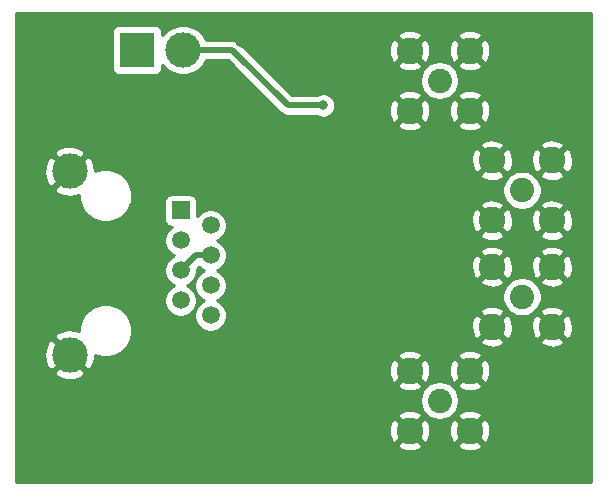
<source format=gbl>
G04 #@! TF.GenerationSoftware,KiCad,Pcbnew,(5.1.12)-1*
G04 #@! TF.CreationDate,2021-12-16T15:17:12+01:00*
G04 #@! TF.ProjectId,rj45_mag_sma,726a3435-5f6d-4616-975f-736d612e6b69,rev?*
G04 #@! TF.SameCoordinates,Original*
G04 #@! TF.FileFunction,Copper,L2,Bot*
G04 #@! TF.FilePolarity,Positive*
%FSLAX46Y46*%
G04 Gerber Fmt 4.6, Leading zero omitted, Abs format (unit mm)*
G04 Created by KiCad (PCBNEW (5.1.12)-1) date 2021-12-16 15:17:12*
%MOMM*%
%LPD*%
G01*
G04 APERTURE LIST*
G04 #@! TA.AperFunction,ComponentPad*
%ADD10C,2.250000*%
G04 #@! TD*
G04 #@! TA.AperFunction,ComponentPad*
%ADD11C,2.050000*%
G04 #@! TD*
G04 #@! TA.AperFunction,ComponentPad*
%ADD12C,3.000000*%
G04 #@! TD*
G04 #@! TA.AperFunction,ComponentPad*
%ADD13C,1.500000*%
G04 #@! TD*
G04 #@! TA.AperFunction,ComponentPad*
%ADD14R,1.500000X1.500000*%
G04 #@! TD*
G04 #@! TA.AperFunction,ComponentPad*
%ADD15R,3.000000X3.000000*%
G04 #@! TD*
G04 #@! TA.AperFunction,ViaPad*
%ADD16C,0.800000*%
G04 #@! TD*
G04 #@! TA.AperFunction,ViaPad*
%ADD17C,1.600000*%
G04 #@! TD*
G04 #@! TA.AperFunction,Conductor*
%ADD18C,0.500000*%
G04 #@! TD*
G04 #@! TA.AperFunction,Conductor*
%ADD19C,0.254000*%
G04 #@! TD*
G04 #@! TA.AperFunction,Conductor*
%ADD20C,0.100000*%
G04 #@! TD*
G04 APERTURE END LIST*
D10*
X136212200Y-94931800D03*
X136212200Y-89851800D03*
X141292200Y-89851800D03*
X141292200Y-94931800D03*
D11*
X138752200Y-92391800D03*
X138752200Y-101408800D03*
D10*
X141292200Y-103948800D03*
X141292200Y-98868800D03*
X136212200Y-98868800D03*
X136212200Y-103948800D03*
D11*
X131775200Y-83108800D03*
D10*
X134315200Y-85648800D03*
X134315200Y-80568800D03*
X129235200Y-80568800D03*
X129235200Y-85648800D03*
X129235200Y-112738800D03*
X129235200Y-107658800D03*
X134315200Y-107658800D03*
X134315200Y-112738800D03*
D11*
X131775200Y-110198800D03*
D12*
X100455000Y-106322000D03*
D13*
X109855000Y-96647000D03*
X109855000Y-99187000D03*
X112395000Y-97917000D03*
X109855000Y-101727000D03*
D14*
X109855000Y-94107000D03*
D13*
X112395000Y-95377000D03*
D12*
X100455000Y-90782000D03*
D13*
X112395000Y-102997000D03*
X112395000Y-100457000D03*
D15*
X106172000Y-80518000D03*
D12*
X110052000Y-80518000D03*
D16*
X114427000Y-85471000D03*
D17*
X122809000Y-79629000D03*
X140589000Y-82169000D03*
D16*
X133075200Y-87978550D03*
X133075200Y-89601800D03*
D17*
X112649000Y-89789000D03*
D16*
X133069395Y-103383375D03*
X133075200Y-104746366D03*
X131818475Y-101052700D03*
X130439907Y-103384146D03*
D17*
X140589000Y-110109000D03*
D16*
X131666334Y-92549142D03*
X133436126Y-101242914D03*
X130475200Y-87978550D03*
X130475200Y-104743587D03*
X130532115Y-93474124D03*
X130835749Y-96419293D03*
X133530105Y-95373745D03*
D17*
X125349000Y-112649000D03*
D16*
X130135145Y-90491786D03*
X132059000Y-97529000D03*
D17*
X115189000Y-79629000D03*
D16*
X133599233Y-98253677D03*
D17*
X140589000Y-114554000D03*
D16*
X132598650Y-91420504D03*
X130509000Y-100279000D03*
D17*
X111760000Y-112649000D03*
X101600000Y-112649000D03*
X100330000Y-81280000D03*
X115925600Y-97332800D03*
X116281200Y-105054400D03*
D16*
X121920000Y-85217000D03*
D18*
X111125000Y-97917000D02*
X109855000Y-99187000D01*
X112395000Y-97917000D02*
X111125000Y-97917000D01*
X118926998Y-85217000D02*
X121920000Y-85217000D01*
X114227998Y-80518000D02*
X118926998Y-85217000D01*
X110052000Y-80518000D02*
X114227998Y-80518000D01*
D19*
X144590001Y-117069000D02*
X95910000Y-117069000D01*
X95910000Y-113963331D01*
X128190274Y-113963331D01*
X128301121Y-114240514D01*
X128612040Y-114393889D01*
X128946905Y-114483660D01*
X129292850Y-114506376D01*
X129636580Y-114461166D01*
X129964885Y-114349766D01*
X130169279Y-114240514D01*
X130280126Y-113963331D01*
X133270274Y-113963331D01*
X133381121Y-114240514D01*
X133692040Y-114393889D01*
X134026905Y-114483660D01*
X134372850Y-114506376D01*
X134716580Y-114461166D01*
X135044885Y-114349766D01*
X135249279Y-114240514D01*
X135360126Y-113963331D01*
X134315200Y-112918405D01*
X133270274Y-113963331D01*
X130280126Y-113963331D01*
X129235200Y-112918405D01*
X128190274Y-113963331D01*
X95910000Y-113963331D01*
X95910000Y-112796450D01*
X127467624Y-112796450D01*
X127512834Y-113140180D01*
X127624234Y-113468485D01*
X127733486Y-113672879D01*
X128010669Y-113783726D01*
X129055595Y-112738800D01*
X129414805Y-112738800D01*
X130459731Y-113783726D01*
X130736914Y-113672879D01*
X130890289Y-113361960D01*
X130980060Y-113027095D01*
X130995204Y-112796450D01*
X132547624Y-112796450D01*
X132592834Y-113140180D01*
X132704234Y-113468485D01*
X132813486Y-113672879D01*
X133090669Y-113783726D01*
X134135595Y-112738800D01*
X134494805Y-112738800D01*
X135539731Y-113783726D01*
X135816914Y-113672879D01*
X135970289Y-113361960D01*
X136060060Y-113027095D01*
X136082776Y-112681150D01*
X136037566Y-112337420D01*
X135926166Y-112009115D01*
X135816914Y-111804721D01*
X135539731Y-111693874D01*
X134494805Y-112738800D01*
X134135595Y-112738800D01*
X133090669Y-111693874D01*
X132813486Y-111804721D01*
X132660111Y-112115640D01*
X132570340Y-112450505D01*
X132547624Y-112796450D01*
X130995204Y-112796450D01*
X131002776Y-112681150D01*
X130957566Y-112337420D01*
X130846166Y-112009115D01*
X130736914Y-111804721D01*
X130459731Y-111693874D01*
X129414805Y-112738800D01*
X129055595Y-112738800D01*
X128010669Y-111693874D01*
X127733486Y-111804721D01*
X127580111Y-112115640D01*
X127490340Y-112450505D01*
X127467624Y-112796450D01*
X95910000Y-112796450D01*
X95910000Y-111514269D01*
X128190274Y-111514269D01*
X129235200Y-112559195D01*
X130280126Y-111514269D01*
X130169279Y-111237086D01*
X129858360Y-111083711D01*
X129523495Y-110993940D01*
X129177550Y-110971224D01*
X128833820Y-111016434D01*
X128505515Y-111127834D01*
X128301121Y-111237086D01*
X128190274Y-111514269D01*
X95910000Y-111514269D01*
X95910000Y-110035304D01*
X130115200Y-110035304D01*
X130115200Y-110362296D01*
X130178993Y-110683004D01*
X130304127Y-110985105D01*
X130485794Y-111256988D01*
X130717012Y-111488206D01*
X130988895Y-111669873D01*
X131290996Y-111795007D01*
X131611704Y-111858800D01*
X131938696Y-111858800D01*
X132259404Y-111795007D01*
X132561505Y-111669873D01*
X132794382Y-111514269D01*
X133270274Y-111514269D01*
X134315200Y-112559195D01*
X135360126Y-111514269D01*
X135249279Y-111237086D01*
X134938360Y-111083711D01*
X134603495Y-110993940D01*
X134257550Y-110971224D01*
X133913820Y-111016434D01*
X133585515Y-111127834D01*
X133381121Y-111237086D01*
X133270274Y-111514269D01*
X132794382Y-111514269D01*
X132833388Y-111488206D01*
X133064606Y-111256988D01*
X133246273Y-110985105D01*
X133371407Y-110683004D01*
X133435200Y-110362296D01*
X133435200Y-110035304D01*
X133371407Y-109714596D01*
X133246273Y-109412495D01*
X133064606Y-109140612D01*
X132833388Y-108909394D01*
X132794383Y-108883331D01*
X133270274Y-108883331D01*
X133381121Y-109160514D01*
X133692040Y-109313889D01*
X134026905Y-109403660D01*
X134372850Y-109426376D01*
X134716580Y-109381166D01*
X135044885Y-109269766D01*
X135249279Y-109160514D01*
X135360126Y-108883331D01*
X134315200Y-107838405D01*
X133270274Y-108883331D01*
X132794383Y-108883331D01*
X132561505Y-108727727D01*
X132259404Y-108602593D01*
X131938696Y-108538800D01*
X131611704Y-108538800D01*
X131290996Y-108602593D01*
X130988895Y-108727727D01*
X130717012Y-108909394D01*
X130485794Y-109140612D01*
X130304127Y-109412495D01*
X130178993Y-109714596D01*
X130115200Y-110035304D01*
X95910000Y-110035304D01*
X95910000Y-108883331D01*
X128190274Y-108883331D01*
X128301121Y-109160514D01*
X128612040Y-109313889D01*
X128946905Y-109403660D01*
X129292850Y-109426376D01*
X129636580Y-109381166D01*
X129964885Y-109269766D01*
X130169279Y-109160514D01*
X130280126Y-108883331D01*
X129235200Y-107838405D01*
X128190274Y-108883331D01*
X95910000Y-108883331D01*
X95910000Y-107813653D01*
X99142952Y-107813653D01*
X99298962Y-108129214D01*
X99673745Y-108320020D01*
X100078551Y-108434044D01*
X100497824Y-108466902D01*
X100915451Y-108417334D01*
X101315383Y-108287243D01*
X101611038Y-108129214D01*
X101767048Y-107813653D01*
X101669845Y-107716450D01*
X127467624Y-107716450D01*
X127512834Y-108060180D01*
X127624234Y-108388485D01*
X127733486Y-108592879D01*
X128010669Y-108703726D01*
X129055595Y-107658800D01*
X129414805Y-107658800D01*
X130459731Y-108703726D01*
X130736914Y-108592879D01*
X130890289Y-108281960D01*
X130980060Y-107947095D01*
X130995204Y-107716450D01*
X132547624Y-107716450D01*
X132592834Y-108060180D01*
X132704234Y-108388485D01*
X132813486Y-108592879D01*
X133090669Y-108703726D01*
X134135595Y-107658800D01*
X134494805Y-107658800D01*
X135539731Y-108703726D01*
X135816914Y-108592879D01*
X135970289Y-108281960D01*
X136060060Y-107947095D01*
X136082776Y-107601150D01*
X136037566Y-107257420D01*
X135926166Y-106929115D01*
X135816914Y-106724721D01*
X135539731Y-106613874D01*
X134494805Y-107658800D01*
X134135595Y-107658800D01*
X133090669Y-106613874D01*
X132813486Y-106724721D01*
X132660111Y-107035640D01*
X132570340Y-107370505D01*
X132547624Y-107716450D01*
X130995204Y-107716450D01*
X131002776Y-107601150D01*
X130957566Y-107257420D01*
X130846166Y-106929115D01*
X130736914Y-106724721D01*
X130459731Y-106613874D01*
X129414805Y-107658800D01*
X129055595Y-107658800D01*
X128010669Y-106613874D01*
X127733486Y-106724721D01*
X127580111Y-107035640D01*
X127490340Y-107370505D01*
X127467624Y-107716450D01*
X101669845Y-107716450D01*
X100455000Y-106501605D01*
X99142952Y-107813653D01*
X95910000Y-107813653D01*
X95910000Y-106364824D01*
X98310098Y-106364824D01*
X98359666Y-106782451D01*
X98489757Y-107182383D01*
X98647786Y-107478038D01*
X98963347Y-107634048D01*
X100275395Y-106322000D01*
X98963347Y-105009952D01*
X98647786Y-105165962D01*
X98456980Y-105540745D01*
X98342956Y-105945551D01*
X98310098Y-106364824D01*
X95910000Y-106364824D01*
X95910000Y-104830347D01*
X99142952Y-104830347D01*
X100455000Y-106142395D01*
X100469143Y-106128253D01*
X100648748Y-106307858D01*
X100634605Y-106322000D01*
X101946653Y-107634048D01*
X102262214Y-107478038D01*
X102453020Y-107103255D01*
X102567044Y-106698449D01*
X102595414Y-106336443D01*
X102845782Y-106440149D01*
X103282409Y-106527000D01*
X103727591Y-106527000D01*
X104164218Y-106440149D01*
X104178413Y-106434269D01*
X128190274Y-106434269D01*
X129235200Y-107479195D01*
X130280126Y-106434269D01*
X133270274Y-106434269D01*
X134315200Y-107479195D01*
X135360126Y-106434269D01*
X135249279Y-106157086D01*
X134938360Y-106003711D01*
X134603495Y-105913940D01*
X134257550Y-105891224D01*
X133913820Y-105936434D01*
X133585515Y-106047834D01*
X133381121Y-106157086D01*
X133270274Y-106434269D01*
X130280126Y-106434269D01*
X130169279Y-106157086D01*
X129858360Y-106003711D01*
X129523495Y-105913940D01*
X129177550Y-105891224D01*
X128833820Y-105936434D01*
X128505515Y-106047834D01*
X128301121Y-106157086D01*
X128190274Y-106434269D01*
X104178413Y-106434269D01*
X104575511Y-106269786D01*
X104945666Y-106022456D01*
X105260456Y-105707666D01*
X105507786Y-105337511D01*
X105575791Y-105173331D01*
X135167274Y-105173331D01*
X135278121Y-105450514D01*
X135589040Y-105603889D01*
X135923905Y-105693660D01*
X136269850Y-105716376D01*
X136613580Y-105671166D01*
X136941885Y-105559766D01*
X137146279Y-105450514D01*
X137257126Y-105173331D01*
X140247274Y-105173331D01*
X140358121Y-105450514D01*
X140669040Y-105603889D01*
X141003905Y-105693660D01*
X141349850Y-105716376D01*
X141693580Y-105671166D01*
X142021885Y-105559766D01*
X142226279Y-105450514D01*
X142337126Y-105173331D01*
X141292200Y-104128405D01*
X140247274Y-105173331D01*
X137257126Y-105173331D01*
X136212200Y-104128405D01*
X135167274Y-105173331D01*
X105575791Y-105173331D01*
X105678149Y-104926218D01*
X105765000Y-104489591D01*
X105765000Y-104044409D01*
X105678149Y-103607782D01*
X105507786Y-103196489D01*
X105260456Y-102826334D01*
X104945666Y-102511544D01*
X104575511Y-102264214D01*
X104164218Y-102093851D01*
X103727591Y-102007000D01*
X103282409Y-102007000D01*
X102845782Y-102093851D01*
X102434489Y-102264214D01*
X102064334Y-102511544D01*
X101749544Y-102826334D01*
X101502214Y-103196489D01*
X101331851Y-103607782D01*
X101245000Y-104044409D01*
X101245000Y-104328432D01*
X101236255Y-104323980D01*
X100831449Y-104209956D01*
X100412176Y-104177098D01*
X99994549Y-104226666D01*
X99594617Y-104356757D01*
X99298962Y-104514786D01*
X99142952Y-104830347D01*
X95910000Y-104830347D01*
X95910000Y-92273653D01*
X99142952Y-92273653D01*
X99298962Y-92589214D01*
X99673745Y-92780020D01*
X100078551Y-92894044D01*
X100497824Y-92926902D01*
X100915451Y-92877334D01*
X101245000Y-92770137D01*
X101245000Y-93059591D01*
X101331851Y-93496218D01*
X101502214Y-93907511D01*
X101749544Y-94277666D01*
X102064334Y-94592456D01*
X102434489Y-94839786D01*
X102845782Y-95010149D01*
X103282409Y-95097000D01*
X103727591Y-95097000D01*
X104164218Y-95010149D01*
X104575511Y-94839786D01*
X104945666Y-94592456D01*
X105260456Y-94277666D01*
X105507786Y-93907511D01*
X105678149Y-93496218D01*
X105705841Y-93357000D01*
X108466928Y-93357000D01*
X108466928Y-94857000D01*
X108479188Y-94981482D01*
X108515498Y-95101180D01*
X108574463Y-95211494D01*
X108653815Y-95308185D01*
X108750506Y-95387537D01*
X108860820Y-95446502D01*
X108980518Y-95482812D01*
X109088483Y-95493445D01*
X108972114Y-95571201D01*
X108779201Y-95764114D01*
X108627629Y-95990957D01*
X108523225Y-96243011D01*
X108470000Y-96510589D01*
X108470000Y-96783411D01*
X108523225Y-97050989D01*
X108627629Y-97303043D01*
X108779201Y-97529886D01*
X108972114Y-97722799D01*
X109198957Y-97874371D01*
X109301873Y-97917000D01*
X109198957Y-97959629D01*
X108972114Y-98111201D01*
X108779201Y-98304114D01*
X108627629Y-98530957D01*
X108523225Y-98783011D01*
X108470000Y-99050589D01*
X108470000Y-99323411D01*
X108523225Y-99590989D01*
X108627629Y-99843043D01*
X108779201Y-100069886D01*
X108972114Y-100262799D01*
X109198957Y-100414371D01*
X109301873Y-100457000D01*
X109198957Y-100499629D01*
X108972114Y-100651201D01*
X108779201Y-100844114D01*
X108627629Y-101070957D01*
X108523225Y-101323011D01*
X108470000Y-101590589D01*
X108470000Y-101863411D01*
X108523225Y-102130989D01*
X108627629Y-102383043D01*
X108779201Y-102609886D01*
X108972114Y-102802799D01*
X109198957Y-102954371D01*
X109451011Y-103058775D01*
X109718589Y-103112000D01*
X109991411Y-103112000D01*
X110258989Y-103058775D01*
X110511043Y-102954371D01*
X110737886Y-102802799D01*
X110930799Y-102609886D01*
X111082371Y-102383043D01*
X111186775Y-102130989D01*
X111240000Y-101863411D01*
X111240000Y-101590589D01*
X111186775Y-101323011D01*
X111082371Y-101070957D01*
X110930799Y-100844114D01*
X110737886Y-100651201D01*
X110511043Y-100499629D01*
X110408127Y-100457000D01*
X110511043Y-100414371D01*
X110737886Y-100262799D01*
X110930799Y-100069886D01*
X111082371Y-99843043D01*
X111186775Y-99590989D01*
X111240000Y-99323411D01*
X111240000Y-99053579D01*
X111406447Y-98887132D01*
X111512114Y-98992799D01*
X111738957Y-99144371D01*
X111841873Y-99187000D01*
X111738957Y-99229629D01*
X111512114Y-99381201D01*
X111319201Y-99574114D01*
X111167629Y-99800957D01*
X111063225Y-100053011D01*
X111010000Y-100320589D01*
X111010000Y-100593411D01*
X111063225Y-100860989D01*
X111167629Y-101113043D01*
X111319201Y-101339886D01*
X111512114Y-101532799D01*
X111738957Y-101684371D01*
X111841873Y-101727000D01*
X111738957Y-101769629D01*
X111512114Y-101921201D01*
X111319201Y-102114114D01*
X111167629Y-102340957D01*
X111063225Y-102593011D01*
X111010000Y-102860589D01*
X111010000Y-103133411D01*
X111063225Y-103400989D01*
X111167629Y-103653043D01*
X111319201Y-103879886D01*
X111512114Y-104072799D01*
X111738957Y-104224371D01*
X111991011Y-104328775D01*
X112258589Y-104382000D01*
X112531411Y-104382000D01*
X112798989Y-104328775D01*
X113051043Y-104224371D01*
X113277886Y-104072799D01*
X113344235Y-104006450D01*
X134444624Y-104006450D01*
X134489834Y-104350180D01*
X134601234Y-104678485D01*
X134710486Y-104882879D01*
X134987669Y-104993726D01*
X136032595Y-103948800D01*
X136391805Y-103948800D01*
X137436731Y-104993726D01*
X137713914Y-104882879D01*
X137867289Y-104571960D01*
X137957060Y-104237095D01*
X137972204Y-104006450D01*
X139524624Y-104006450D01*
X139569834Y-104350180D01*
X139681234Y-104678485D01*
X139790486Y-104882879D01*
X140067669Y-104993726D01*
X141112595Y-103948800D01*
X141471805Y-103948800D01*
X142516731Y-104993726D01*
X142793914Y-104882879D01*
X142947289Y-104571960D01*
X143037060Y-104237095D01*
X143059776Y-103891150D01*
X143014566Y-103547420D01*
X142903166Y-103219115D01*
X142793914Y-103014721D01*
X142516731Y-102903874D01*
X141471805Y-103948800D01*
X141112595Y-103948800D01*
X140067669Y-102903874D01*
X139790486Y-103014721D01*
X139637111Y-103325640D01*
X139547340Y-103660505D01*
X139524624Y-104006450D01*
X137972204Y-104006450D01*
X137979776Y-103891150D01*
X137934566Y-103547420D01*
X137823166Y-103219115D01*
X137713914Y-103014721D01*
X137436731Y-102903874D01*
X136391805Y-103948800D01*
X136032595Y-103948800D01*
X134987669Y-102903874D01*
X134710486Y-103014721D01*
X134557111Y-103325640D01*
X134467340Y-103660505D01*
X134444624Y-104006450D01*
X113344235Y-104006450D01*
X113470799Y-103879886D01*
X113622371Y-103653043D01*
X113726775Y-103400989D01*
X113780000Y-103133411D01*
X113780000Y-102860589D01*
X113752885Y-102724269D01*
X135167274Y-102724269D01*
X136212200Y-103769195D01*
X137257126Y-102724269D01*
X137146279Y-102447086D01*
X136835360Y-102293711D01*
X136500495Y-102203940D01*
X136154550Y-102181224D01*
X135810820Y-102226434D01*
X135482515Y-102337834D01*
X135278121Y-102447086D01*
X135167274Y-102724269D01*
X113752885Y-102724269D01*
X113726775Y-102593011D01*
X113622371Y-102340957D01*
X113470799Y-102114114D01*
X113277886Y-101921201D01*
X113051043Y-101769629D01*
X112948127Y-101727000D01*
X113051043Y-101684371D01*
X113277886Y-101532799D01*
X113470799Y-101339886D01*
X113533996Y-101245304D01*
X137092200Y-101245304D01*
X137092200Y-101572296D01*
X137155993Y-101893004D01*
X137281127Y-102195105D01*
X137462794Y-102466988D01*
X137694012Y-102698206D01*
X137965895Y-102879873D01*
X138267996Y-103005007D01*
X138588704Y-103068800D01*
X138915696Y-103068800D01*
X139236404Y-103005007D01*
X139538505Y-102879873D01*
X139771382Y-102724269D01*
X140247274Y-102724269D01*
X141292200Y-103769195D01*
X142337126Y-102724269D01*
X142226279Y-102447086D01*
X141915360Y-102293711D01*
X141580495Y-102203940D01*
X141234550Y-102181224D01*
X140890820Y-102226434D01*
X140562515Y-102337834D01*
X140358121Y-102447086D01*
X140247274Y-102724269D01*
X139771382Y-102724269D01*
X139810388Y-102698206D01*
X140041606Y-102466988D01*
X140223273Y-102195105D01*
X140348407Y-101893004D01*
X140412200Y-101572296D01*
X140412200Y-101245304D01*
X140348407Y-100924596D01*
X140223273Y-100622495D01*
X140041606Y-100350612D01*
X139810388Y-100119394D01*
X139771383Y-100093331D01*
X140247274Y-100093331D01*
X140358121Y-100370514D01*
X140669040Y-100523889D01*
X141003905Y-100613660D01*
X141349850Y-100636376D01*
X141693580Y-100591166D01*
X142021885Y-100479766D01*
X142226279Y-100370514D01*
X142337126Y-100093331D01*
X141292200Y-99048405D01*
X140247274Y-100093331D01*
X139771383Y-100093331D01*
X139538505Y-99937727D01*
X139236404Y-99812593D01*
X138915696Y-99748800D01*
X138588704Y-99748800D01*
X138267996Y-99812593D01*
X137965895Y-99937727D01*
X137694012Y-100119394D01*
X137462794Y-100350612D01*
X137281127Y-100622495D01*
X137155993Y-100924596D01*
X137092200Y-101245304D01*
X113533996Y-101245304D01*
X113622371Y-101113043D01*
X113726775Y-100860989D01*
X113780000Y-100593411D01*
X113780000Y-100320589D01*
X113734796Y-100093331D01*
X135167274Y-100093331D01*
X135278121Y-100370514D01*
X135589040Y-100523889D01*
X135923905Y-100613660D01*
X136269850Y-100636376D01*
X136613580Y-100591166D01*
X136941885Y-100479766D01*
X137146279Y-100370514D01*
X137257126Y-100093331D01*
X136212200Y-99048405D01*
X135167274Y-100093331D01*
X113734796Y-100093331D01*
X113726775Y-100053011D01*
X113622371Y-99800957D01*
X113470799Y-99574114D01*
X113277886Y-99381201D01*
X113051043Y-99229629D01*
X112948127Y-99187000D01*
X113051043Y-99144371D01*
X113277886Y-98992799D01*
X113344235Y-98926450D01*
X134444624Y-98926450D01*
X134489834Y-99270180D01*
X134601234Y-99598485D01*
X134710486Y-99802879D01*
X134987669Y-99913726D01*
X136032595Y-98868800D01*
X136391805Y-98868800D01*
X137436731Y-99913726D01*
X137713914Y-99802879D01*
X137867289Y-99491960D01*
X137957060Y-99157095D01*
X137972204Y-98926450D01*
X139524624Y-98926450D01*
X139569834Y-99270180D01*
X139681234Y-99598485D01*
X139790486Y-99802879D01*
X140067669Y-99913726D01*
X141112595Y-98868800D01*
X141471805Y-98868800D01*
X142516731Y-99913726D01*
X142793914Y-99802879D01*
X142947289Y-99491960D01*
X143037060Y-99157095D01*
X143059776Y-98811150D01*
X143014566Y-98467420D01*
X142903166Y-98139115D01*
X142793914Y-97934721D01*
X142516731Y-97823874D01*
X141471805Y-98868800D01*
X141112595Y-98868800D01*
X140067669Y-97823874D01*
X139790486Y-97934721D01*
X139637111Y-98245640D01*
X139547340Y-98580505D01*
X139524624Y-98926450D01*
X137972204Y-98926450D01*
X137979776Y-98811150D01*
X137934566Y-98467420D01*
X137823166Y-98139115D01*
X137713914Y-97934721D01*
X137436731Y-97823874D01*
X136391805Y-98868800D01*
X136032595Y-98868800D01*
X134987669Y-97823874D01*
X134710486Y-97934721D01*
X134557111Y-98245640D01*
X134467340Y-98580505D01*
X134444624Y-98926450D01*
X113344235Y-98926450D01*
X113470799Y-98799886D01*
X113622371Y-98573043D01*
X113726775Y-98320989D01*
X113780000Y-98053411D01*
X113780000Y-97780589D01*
X113752885Y-97644269D01*
X135167274Y-97644269D01*
X136212200Y-98689195D01*
X137257126Y-97644269D01*
X140247274Y-97644269D01*
X141292200Y-98689195D01*
X142337126Y-97644269D01*
X142226279Y-97367086D01*
X141915360Y-97213711D01*
X141580495Y-97123940D01*
X141234550Y-97101224D01*
X140890820Y-97146434D01*
X140562515Y-97257834D01*
X140358121Y-97367086D01*
X140247274Y-97644269D01*
X137257126Y-97644269D01*
X137146279Y-97367086D01*
X136835360Y-97213711D01*
X136500495Y-97123940D01*
X136154550Y-97101224D01*
X135810820Y-97146434D01*
X135482515Y-97257834D01*
X135278121Y-97367086D01*
X135167274Y-97644269D01*
X113752885Y-97644269D01*
X113726775Y-97513011D01*
X113622371Y-97260957D01*
X113470799Y-97034114D01*
X113277886Y-96841201D01*
X113051043Y-96689629D01*
X112948127Y-96647000D01*
X113051043Y-96604371D01*
X113277886Y-96452799D01*
X113470799Y-96259886D01*
X113539992Y-96156331D01*
X135167274Y-96156331D01*
X135278121Y-96433514D01*
X135589040Y-96586889D01*
X135923905Y-96676660D01*
X136269850Y-96699376D01*
X136613580Y-96654166D01*
X136941885Y-96542766D01*
X137146279Y-96433514D01*
X137257126Y-96156331D01*
X140247274Y-96156331D01*
X140358121Y-96433514D01*
X140669040Y-96586889D01*
X141003905Y-96676660D01*
X141349850Y-96699376D01*
X141693580Y-96654166D01*
X142021885Y-96542766D01*
X142226279Y-96433514D01*
X142337126Y-96156331D01*
X141292200Y-95111405D01*
X140247274Y-96156331D01*
X137257126Y-96156331D01*
X136212200Y-95111405D01*
X135167274Y-96156331D01*
X113539992Y-96156331D01*
X113622371Y-96033043D01*
X113726775Y-95780989D01*
X113780000Y-95513411D01*
X113780000Y-95240589D01*
X113730045Y-94989450D01*
X134444624Y-94989450D01*
X134489834Y-95333180D01*
X134601234Y-95661485D01*
X134710486Y-95865879D01*
X134987669Y-95976726D01*
X136032595Y-94931800D01*
X136391805Y-94931800D01*
X137436731Y-95976726D01*
X137713914Y-95865879D01*
X137867289Y-95554960D01*
X137957060Y-95220095D01*
X137972204Y-94989450D01*
X139524624Y-94989450D01*
X139569834Y-95333180D01*
X139681234Y-95661485D01*
X139790486Y-95865879D01*
X140067669Y-95976726D01*
X141112595Y-94931800D01*
X141471805Y-94931800D01*
X142516731Y-95976726D01*
X142793914Y-95865879D01*
X142947289Y-95554960D01*
X143037060Y-95220095D01*
X143059776Y-94874150D01*
X143014566Y-94530420D01*
X142903166Y-94202115D01*
X142793914Y-93997721D01*
X142516731Y-93886874D01*
X141471805Y-94931800D01*
X141112595Y-94931800D01*
X140067669Y-93886874D01*
X139790486Y-93997721D01*
X139637111Y-94308640D01*
X139547340Y-94643505D01*
X139524624Y-94989450D01*
X137972204Y-94989450D01*
X137979776Y-94874150D01*
X137934566Y-94530420D01*
X137823166Y-94202115D01*
X137713914Y-93997721D01*
X137436731Y-93886874D01*
X136391805Y-94931800D01*
X136032595Y-94931800D01*
X134987669Y-93886874D01*
X134710486Y-93997721D01*
X134557111Y-94308640D01*
X134467340Y-94643505D01*
X134444624Y-94989450D01*
X113730045Y-94989450D01*
X113726775Y-94973011D01*
X113622371Y-94720957D01*
X113470799Y-94494114D01*
X113277886Y-94301201D01*
X113051043Y-94149629D01*
X112798989Y-94045225D01*
X112531411Y-93992000D01*
X112258589Y-93992000D01*
X111991011Y-94045225D01*
X111738957Y-94149629D01*
X111512114Y-94301201D01*
X111319201Y-94494114D01*
X111243072Y-94608049D01*
X111243072Y-93707269D01*
X135167274Y-93707269D01*
X136212200Y-94752195D01*
X137257126Y-93707269D01*
X137146279Y-93430086D01*
X136835360Y-93276711D01*
X136500495Y-93186940D01*
X136154550Y-93164224D01*
X135810820Y-93209434D01*
X135482515Y-93320834D01*
X135278121Y-93430086D01*
X135167274Y-93707269D01*
X111243072Y-93707269D01*
X111243072Y-93357000D01*
X111230812Y-93232518D01*
X111194502Y-93112820D01*
X111135537Y-93002506D01*
X111056185Y-92905815D01*
X110959494Y-92826463D01*
X110849180Y-92767498D01*
X110729482Y-92731188D01*
X110605000Y-92718928D01*
X109105000Y-92718928D01*
X108980518Y-92731188D01*
X108860820Y-92767498D01*
X108750506Y-92826463D01*
X108653815Y-92905815D01*
X108574463Y-93002506D01*
X108515498Y-93112820D01*
X108479188Y-93232518D01*
X108466928Y-93357000D01*
X105705841Y-93357000D01*
X105765000Y-93059591D01*
X105765000Y-92614409D01*
X105688199Y-92228304D01*
X137092200Y-92228304D01*
X137092200Y-92555296D01*
X137155993Y-92876004D01*
X137281127Y-93178105D01*
X137462794Y-93449988D01*
X137694012Y-93681206D01*
X137965895Y-93862873D01*
X138267996Y-93988007D01*
X138588704Y-94051800D01*
X138915696Y-94051800D01*
X139236404Y-93988007D01*
X139538505Y-93862873D01*
X139771382Y-93707269D01*
X140247274Y-93707269D01*
X141292200Y-94752195D01*
X142337126Y-93707269D01*
X142226279Y-93430086D01*
X141915360Y-93276711D01*
X141580495Y-93186940D01*
X141234550Y-93164224D01*
X140890820Y-93209434D01*
X140562515Y-93320834D01*
X140358121Y-93430086D01*
X140247274Y-93707269D01*
X139771382Y-93707269D01*
X139810388Y-93681206D01*
X140041606Y-93449988D01*
X140223273Y-93178105D01*
X140348407Y-92876004D01*
X140412200Y-92555296D01*
X140412200Y-92228304D01*
X140348407Y-91907596D01*
X140223273Y-91605495D01*
X140041606Y-91333612D01*
X139810388Y-91102394D01*
X139771383Y-91076331D01*
X140247274Y-91076331D01*
X140358121Y-91353514D01*
X140669040Y-91506889D01*
X141003905Y-91596660D01*
X141349850Y-91619376D01*
X141693580Y-91574166D01*
X142021885Y-91462766D01*
X142226279Y-91353514D01*
X142337126Y-91076331D01*
X141292200Y-90031405D01*
X140247274Y-91076331D01*
X139771383Y-91076331D01*
X139538505Y-90920727D01*
X139236404Y-90795593D01*
X138915696Y-90731800D01*
X138588704Y-90731800D01*
X138267996Y-90795593D01*
X137965895Y-90920727D01*
X137694012Y-91102394D01*
X137462794Y-91333612D01*
X137281127Y-91605495D01*
X137155993Y-91907596D01*
X137092200Y-92228304D01*
X105688199Y-92228304D01*
X105678149Y-92177782D01*
X105507786Y-91766489D01*
X105260456Y-91396334D01*
X104945666Y-91081544D01*
X104937865Y-91076331D01*
X135167274Y-91076331D01*
X135278121Y-91353514D01*
X135589040Y-91506889D01*
X135923905Y-91596660D01*
X136269850Y-91619376D01*
X136613580Y-91574166D01*
X136941885Y-91462766D01*
X137146279Y-91353514D01*
X137257126Y-91076331D01*
X136212200Y-90031405D01*
X135167274Y-91076331D01*
X104937865Y-91076331D01*
X104575511Y-90834214D01*
X104164218Y-90663851D01*
X103727591Y-90577000D01*
X103282409Y-90577000D01*
X102845782Y-90663851D01*
X102597754Y-90766588D01*
X102599902Y-90739176D01*
X102550334Y-90321549D01*
X102420243Y-89921617D01*
X102413740Y-89909450D01*
X134444624Y-89909450D01*
X134489834Y-90253180D01*
X134601234Y-90581485D01*
X134710486Y-90785879D01*
X134987669Y-90896726D01*
X136032595Y-89851800D01*
X136391805Y-89851800D01*
X137436731Y-90896726D01*
X137713914Y-90785879D01*
X137867289Y-90474960D01*
X137957060Y-90140095D01*
X137972204Y-89909450D01*
X139524624Y-89909450D01*
X139569834Y-90253180D01*
X139681234Y-90581485D01*
X139790486Y-90785879D01*
X140067669Y-90896726D01*
X141112595Y-89851800D01*
X141471805Y-89851800D01*
X142516731Y-90896726D01*
X142793914Y-90785879D01*
X142947289Y-90474960D01*
X143037060Y-90140095D01*
X143059776Y-89794150D01*
X143014566Y-89450420D01*
X142903166Y-89122115D01*
X142793914Y-88917721D01*
X142516731Y-88806874D01*
X141471805Y-89851800D01*
X141112595Y-89851800D01*
X140067669Y-88806874D01*
X139790486Y-88917721D01*
X139637111Y-89228640D01*
X139547340Y-89563505D01*
X139524624Y-89909450D01*
X137972204Y-89909450D01*
X137979776Y-89794150D01*
X137934566Y-89450420D01*
X137823166Y-89122115D01*
X137713914Y-88917721D01*
X137436731Y-88806874D01*
X136391805Y-89851800D01*
X136032595Y-89851800D01*
X134987669Y-88806874D01*
X134710486Y-88917721D01*
X134557111Y-89228640D01*
X134467340Y-89563505D01*
X134444624Y-89909450D01*
X102413740Y-89909450D01*
X102262214Y-89625962D01*
X101946653Y-89469952D01*
X100634605Y-90782000D01*
X100648748Y-90796143D01*
X100469143Y-90975748D01*
X100455000Y-90961605D01*
X99142952Y-92273653D01*
X95910000Y-92273653D01*
X95910000Y-90824824D01*
X98310098Y-90824824D01*
X98359666Y-91242451D01*
X98489757Y-91642383D01*
X98647786Y-91938038D01*
X98963347Y-92094048D01*
X100275395Y-90782000D01*
X98963347Y-89469952D01*
X98647786Y-89625962D01*
X98456980Y-90000745D01*
X98342956Y-90405551D01*
X98310098Y-90824824D01*
X95910000Y-90824824D01*
X95910000Y-89290347D01*
X99142952Y-89290347D01*
X100455000Y-90602395D01*
X101767048Y-89290347D01*
X101611038Y-88974786D01*
X101236255Y-88783980D01*
X100831449Y-88669956D01*
X100412176Y-88637098D01*
X99994549Y-88686666D01*
X99594617Y-88816757D01*
X99298962Y-88974786D01*
X99142952Y-89290347D01*
X95910000Y-89290347D01*
X95910000Y-88627269D01*
X135167274Y-88627269D01*
X136212200Y-89672195D01*
X137257126Y-88627269D01*
X140247274Y-88627269D01*
X141292200Y-89672195D01*
X142337126Y-88627269D01*
X142226279Y-88350086D01*
X141915360Y-88196711D01*
X141580495Y-88106940D01*
X141234550Y-88084224D01*
X140890820Y-88129434D01*
X140562515Y-88240834D01*
X140358121Y-88350086D01*
X140247274Y-88627269D01*
X137257126Y-88627269D01*
X137146279Y-88350086D01*
X136835360Y-88196711D01*
X136500495Y-88106940D01*
X136154550Y-88084224D01*
X135810820Y-88129434D01*
X135482515Y-88240834D01*
X135278121Y-88350086D01*
X135167274Y-88627269D01*
X95910000Y-88627269D01*
X95910000Y-86873331D01*
X128190274Y-86873331D01*
X128301121Y-87150514D01*
X128612040Y-87303889D01*
X128946905Y-87393660D01*
X129292850Y-87416376D01*
X129636580Y-87371166D01*
X129964885Y-87259766D01*
X130169279Y-87150514D01*
X130280126Y-86873331D01*
X133270274Y-86873331D01*
X133381121Y-87150514D01*
X133692040Y-87303889D01*
X134026905Y-87393660D01*
X134372850Y-87416376D01*
X134716580Y-87371166D01*
X135044885Y-87259766D01*
X135249279Y-87150514D01*
X135360126Y-86873331D01*
X134315200Y-85828405D01*
X133270274Y-86873331D01*
X130280126Y-86873331D01*
X129235200Y-85828405D01*
X128190274Y-86873331D01*
X95910000Y-86873331D01*
X95910000Y-79018000D01*
X104033928Y-79018000D01*
X104033928Y-82018000D01*
X104046188Y-82142482D01*
X104082498Y-82262180D01*
X104141463Y-82372494D01*
X104220815Y-82469185D01*
X104317506Y-82548537D01*
X104427820Y-82607502D01*
X104547518Y-82643812D01*
X104672000Y-82656072D01*
X107672000Y-82656072D01*
X107796482Y-82643812D01*
X107916180Y-82607502D01*
X108026494Y-82548537D01*
X108123185Y-82469185D01*
X108202537Y-82372494D01*
X108261502Y-82262180D01*
X108297812Y-82142482D01*
X108310072Y-82018000D01*
X108310072Y-81753919D01*
X108393637Y-81878983D01*
X108691017Y-82176363D01*
X109040698Y-82410012D01*
X109429244Y-82570953D01*
X109841721Y-82653000D01*
X110262279Y-82653000D01*
X110674756Y-82570953D01*
X111063302Y-82410012D01*
X111412983Y-82176363D01*
X111710363Y-81878983D01*
X111944012Y-81529302D01*
X111996328Y-81403000D01*
X113861420Y-81403000D01*
X118270468Y-85812049D01*
X118298181Y-85845817D01*
X118331949Y-85873530D01*
X118331951Y-85873532D01*
X118432939Y-85956411D01*
X118586684Y-86038589D01*
X118753508Y-86089195D01*
X118883521Y-86102000D01*
X118883529Y-86102000D01*
X118926998Y-86106281D01*
X118970467Y-86102000D01*
X121381546Y-86102000D01*
X121429744Y-86134205D01*
X121618102Y-86212226D01*
X121818061Y-86252000D01*
X122021939Y-86252000D01*
X122221898Y-86212226D01*
X122410256Y-86134205D01*
X122579774Y-86020937D01*
X122723937Y-85876774D01*
X122837205Y-85707256D01*
X122837538Y-85706450D01*
X127467624Y-85706450D01*
X127512834Y-86050180D01*
X127624234Y-86378485D01*
X127733486Y-86582879D01*
X128010669Y-86693726D01*
X129055595Y-85648800D01*
X129414805Y-85648800D01*
X130459731Y-86693726D01*
X130736914Y-86582879D01*
X130890289Y-86271960D01*
X130980060Y-85937095D01*
X130995204Y-85706450D01*
X132547624Y-85706450D01*
X132592834Y-86050180D01*
X132704234Y-86378485D01*
X132813486Y-86582879D01*
X133090669Y-86693726D01*
X134135595Y-85648800D01*
X134494805Y-85648800D01*
X135539731Y-86693726D01*
X135816914Y-86582879D01*
X135970289Y-86271960D01*
X136060060Y-85937095D01*
X136082776Y-85591150D01*
X136037566Y-85247420D01*
X135926166Y-84919115D01*
X135816914Y-84714721D01*
X135539731Y-84603874D01*
X134494805Y-85648800D01*
X134135595Y-85648800D01*
X133090669Y-84603874D01*
X132813486Y-84714721D01*
X132660111Y-85025640D01*
X132570340Y-85360505D01*
X132547624Y-85706450D01*
X130995204Y-85706450D01*
X131002776Y-85591150D01*
X130957566Y-85247420D01*
X130846166Y-84919115D01*
X130736914Y-84714721D01*
X130459731Y-84603874D01*
X129414805Y-85648800D01*
X129055595Y-85648800D01*
X128010669Y-84603874D01*
X127733486Y-84714721D01*
X127580111Y-85025640D01*
X127490340Y-85360505D01*
X127467624Y-85706450D01*
X122837538Y-85706450D01*
X122915226Y-85518898D01*
X122955000Y-85318939D01*
X122955000Y-85115061D01*
X122915226Y-84915102D01*
X122837205Y-84726744D01*
X122723937Y-84557226D01*
X122590980Y-84424269D01*
X128190274Y-84424269D01*
X129235200Y-85469195D01*
X130280126Y-84424269D01*
X130169279Y-84147086D01*
X129858360Y-83993711D01*
X129523495Y-83903940D01*
X129177550Y-83881224D01*
X128833820Y-83926434D01*
X128505515Y-84037834D01*
X128301121Y-84147086D01*
X128190274Y-84424269D01*
X122590980Y-84424269D01*
X122579774Y-84413063D01*
X122410256Y-84299795D01*
X122221898Y-84221774D01*
X122021939Y-84182000D01*
X121818061Y-84182000D01*
X121618102Y-84221774D01*
X121429744Y-84299795D01*
X121381546Y-84332000D01*
X119293577Y-84332000D01*
X117906881Y-82945304D01*
X130115200Y-82945304D01*
X130115200Y-83272296D01*
X130178993Y-83593004D01*
X130304127Y-83895105D01*
X130485794Y-84166988D01*
X130717012Y-84398206D01*
X130988895Y-84579873D01*
X131290996Y-84705007D01*
X131611704Y-84768800D01*
X131938696Y-84768800D01*
X132259404Y-84705007D01*
X132561505Y-84579873D01*
X132794382Y-84424269D01*
X133270274Y-84424269D01*
X134315200Y-85469195D01*
X135360126Y-84424269D01*
X135249279Y-84147086D01*
X134938360Y-83993711D01*
X134603495Y-83903940D01*
X134257550Y-83881224D01*
X133913820Y-83926434D01*
X133585515Y-84037834D01*
X133381121Y-84147086D01*
X133270274Y-84424269D01*
X132794382Y-84424269D01*
X132833388Y-84398206D01*
X133064606Y-84166988D01*
X133246273Y-83895105D01*
X133371407Y-83593004D01*
X133435200Y-83272296D01*
X133435200Y-82945304D01*
X133371407Y-82624596D01*
X133246273Y-82322495D01*
X133064606Y-82050612D01*
X132833388Y-81819394D01*
X132794383Y-81793331D01*
X133270274Y-81793331D01*
X133381121Y-82070514D01*
X133692040Y-82223889D01*
X134026905Y-82313660D01*
X134372850Y-82336376D01*
X134716580Y-82291166D01*
X135044885Y-82179766D01*
X135249279Y-82070514D01*
X135360126Y-81793331D01*
X134315200Y-80748405D01*
X133270274Y-81793331D01*
X132794383Y-81793331D01*
X132561505Y-81637727D01*
X132259404Y-81512593D01*
X131938696Y-81448800D01*
X131611704Y-81448800D01*
X131290996Y-81512593D01*
X130988895Y-81637727D01*
X130717012Y-81819394D01*
X130485794Y-82050612D01*
X130304127Y-82322495D01*
X130178993Y-82624596D01*
X130115200Y-82945304D01*
X117906881Y-82945304D01*
X116754908Y-81793331D01*
X128190274Y-81793331D01*
X128301121Y-82070514D01*
X128612040Y-82223889D01*
X128946905Y-82313660D01*
X129292850Y-82336376D01*
X129636580Y-82291166D01*
X129964885Y-82179766D01*
X130169279Y-82070514D01*
X130280126Y-81793331D01*
X129235200Y-80748405D01*
X128190274Y-81793331D01*
X116754908Y-81793331D01*
X115588027Y-80626450D01*
X127467624Y-80626450D01*
X127512834Y-80970180D01*
X127624234Y-81298485D01*
X127733486Y-81502879D01*
X128010669Y-81613726D01*
X129055595Y-80568800D01*
X129414805Y-80568800D01*
X130459731Y-81613726D01*
X130736914Y-81502879D01*
X130890289Y-81191960D01*
X130980060Y-80857095D01*
X130995204Y-80626450D01*
X132547624Y-80626450D01*
X132592834Y-80970180D01*
X132704234Y-81298485D01*
X132813486Y-81502879D01*
X133090669Y-81613726D01*
X134135595Y-80568800D01*
X134494805Y-80568800D01*
X135539731Y-81613726D01*
X135816914Y-81502879D01*
X135970289Y-81191960D01*
X136060060Y-80857095D01*
X136082776Y-80511150D01*
X136037566Y-80167420D01*
X135926166Y-79839115D01*
X135816914Y-79634721D01*
X135539731Y-79523874D01*
X134494805Y-80568800D01*
X134135595Y-80568800D01*
X133090669Y-79523874D01*
X132813486Y-79634721D01*
X132660111Y-79945640D01*
X132570340Y-80280505D01*
X132547624Y-80626450D01*
X130995204Y-80626450D01*
X131002776Y-80511150D01*
X130957566Y-80167420D01*
X130846166Y-79839115D01*
X130736914Y-79634721D01*
X130459731Y-79523874D01*
X129414805Y-80568800D01*
X129055595Y-80568800D01*
X128010669Y-79523874D01*
X127733486Y-79634721D01*
X127580111Y-79945640D01*
X127490340Y-80280505D01*
X127467624Y-80626450D01*
X115588027Y-80626450D01*
X114884532Y-79922956D01*
X114856815Y-79889183D01*
X114722057Y-79778589D01*
X114568311Y-79696411D01*
X114401488Y-79645805D01*
X114271475Y-79633000D01*
X114271467Y-79633000D01*
X114227998Y-79628719D01*
X114184529Y-79633000D01*
X111996328Y-79633000D01*
X111944012Y-79506698D01*
X111835481Y-79344269D01*
X128190274Y-79344269D01*
X129235200Y-80389195D01*
X130280126Y-79344269D01*
X133270274Y-79344269D01*
X134315200Y-80389195D01*
X135360126Y-79344269D01*
X135249279Y-79067086D01*
X134938360Y-78913711D01*
X134603495Y-78823940D01*
X134257550Y-78801224D01*
X133913820Y-78846434D01*
X133585515Y-78957834D01*
X133381121Y-79067086D01*
X133270274Y-79344269D01*
X130280126Y-79344269D01*
X130169279Y-79067086D01*
X129858360Y-78913711D01*
X129523495Y-78823940D01*
X129177550Y-78801224D01*
X128833820Y-78846434D01*
X128505515Y-78957834D01*
X128301121Y-79067086D01*
X128190274Y-79344269D01*
X111835481Y-79344269D01*
X111710363Y-79157017D01*
X111412983Y-78859637D01*
X111063302Y-78625988D01*
X110674756Y-78465047D01*
X110262279Y-78383000D01*
X109841721Y-78383000D01*
X109429244Y-78465047D01*
X109040698Y-78625988D01*
X108691017Y-78859637D01*
X108393637Y-79157017D01*
X108310072Y-79282081D01*
X108310072Y-79018000D01*
X108297812Y-78893518D01*
X108261502Y-78773820D01*
X108202537Y-78663506D01*
X108123185Y-78566815D01*
X108026494Y-78487463D01*
X107916180Y-78428498D01*
X107796482Y-78392188D01*
X107672000Y-78379928D01*
X104672000Y-78379928D01*
X104547518Y-78392188D01*
X104427820Y-78428498D01*
X104317506Y-78487463D01*
X104220815Y-78566815D01*
X104141463Y-78663506D01*
X104082498Y-78773820D01*
X104046188Y-78893518D01*
X104033928Y-79018000D01*
X95910000Y-79018000D01*
X95910000Y-77389000D01*
X144590000Y-77389000D01*
X144590001Y-117069000D01*
G04 #@! TA.AperFunction,Conductor*
D20*
G36*
X144590001Y-117069000D02*
G01*
X95910000Y-117069000D01*
X95910000Y-113963331D01*
X128190274Y-113963331D01*
X128301121Y-114240514D01*
X128612040Y-114393889D01*
X128946905Y-114483660D01*
X129292850Y-114506376D01*
X129636580Y-114461166D01*
X129964885Y-114349766D01*
X130169279Y-114240514D01*
X130280126Y-113963331D01*
X133270274Y-113963331D01*
X133381121Y-114240514D01*
X133692040Y-114393889D01*
X134026905Y-114483660D01*
X134372850Y-114506376D01*
X134716580Y-114461166D01*
X135044885Y-114349766D01*
X135249279Y-114240514D01*
X135360126Y-113963331D01*
X134315200Y-112918405D01*
X133270274Y-113963331D01*
X130280126Y-113963331D01*
X129235200Y-112918405D01*
X128190274Y-113963331D01*
X95910000Y-113963331D01*
X95910000Y-112796450D01*
X127467624Y-112796450D01*
X127512834Y-113140180D01*
X127624234Y-113468485D01*
X127733486Y-113672879D01*
X128010669Y-113783726D01*
X129055595Y-112738800D01*
X129414805Y-112738800D01*
X130459731Y-113783726D01*
X130736914Y-113672879D01*
X130890289Y-113361960D01*
X130980060Y-113027095D01*
X130995204Y-112796450D01*
X132547624Y-112796450D01*
X132592834Y-113140180D01*
X132704234Y-113468485D01*
X132813486Y-113672879D01*
X133090669Y-113783726D01*
X134135595Y-112738800D01*
X134494805Y-112738800D01*
X135539731Y-113783726D01*
X135816914Y-113672879D01*
X135970289Y-113361960D01*
X136060060Y-113027095D01*
X136082776Y-112681150D01*
X136037566Y-112337420D01*
X135926166Y-112009115D01*
X135816914Y-111804721D01*
X135539731Y-111693874D01*
X134494805Y-112738800D01*
X134135595Y-112738800D01*
X133090669Y-111693874D01*
X132813486Y-111804721D01*
X132660111Y-112115640D01*
X132570340Y-112450505D01*
X132547624Y-112796450D01*
X130995204Y-112796450D01*
X131002776Y-112681150D01*
X130957566Y-112337420D01*
X130846166Y-112009115D01*
X130736914Y-111804721D01*
X130459731Y-111693874D01*
X129414805Y-112738800D01*
X129055595Y-112738800D01*
X128010669Y-111693874D01*
X127733486Y-111804721D01*
X127580111Y-112115640D01*
X127490340Y-112450505D01*
X127467624Y-112796450D01*
X95910000Y-112796450D01*
X95910000Y-111514269D01*
X128190274Y-111514269D01*
X129235200Y-112559195D01*
X130280126Y-111514269D01*
X130169279Y-111237086D01*
X129858360Y-111083711D01*
X129523495Y-110993940D01*
X129177550Y-110971224D01*
X128833820Y-111016434D01*
X128505515Y-111127834D01*
X128301121Y-111237086D01*
X128190274Y-111514269D01*
X95910000Y-111514269D01*
X95910000Y-110035304D01*
X130115200Y-110035304D01*
X130115200Y-110362296D01*
X130178993Y-110683004D01*
X130304127Y-110985105D01*
X130485794Y-111256988D01*
X130717012Y-111488206D01*
X130988895Y-111669873D01*
X131290996Y-111795007D01*
X131611704Y-111858800D01*
X131938696Y-111858800D01*
X132259404Y-111795007D01*
X132561505Y-111669873D01*
X132794382Y-111514269D01*
X133270274Y-111514269D01*
X134315200Y-112559195D01*
X135360126Y-111514269D01*
X135249279Y-111237086D01*
X134938360Y-111083711D01*
X134603495Y-110993940D01*
X134257550Y-110971224D01*
X133913820Y-111016434D01*
X133585515Y-111127834D01*
X133381121Y-111237086D01*
X133270274Y-111514269D01*
X132794382Y-111514269D01*
X132833388Y-111488206D01*
X133064606Y-111256988D01*
X133246273Y-110985105D01*
X133371407Y-110683004D01*
X133435200Y-110362296D01*
X133435200Y-110035304D01*
X133371407Y-109714596D01*
X133246273Y-109412495D01*
X133064606Y-109140612D01*
X132833388Y-108909394D01*
X132794383Y-108883331D01*
X133270274Y-108883331D01*
X133381121Y-109160514D01*
X133692040Y-109313889D01*
X134026905Y-109403660D01*
X134372850Y-109426376D01*
X134716580Y-109381166D01*
X135044885Y-109269766D01*
X135249279Y-109160514D01*
X135360126Y-108883331D01*
X134315200Y-107838405D01*
X133270274Y-108883331D01*
X132794383Y-108883331D01*
X132561505Y-108727727D01*
X132259404Y-108602593D01*
X131938696Y-108538800D01*
X131611704Y-108538800D01*
X131290996Y-108602593D01*
X130988895Y-108727727D01*
X130717012Y-108909394D01*
X130485794Y-109140612D01*
X130304127Y-109412495D01*
X130178993Y-109714596D01*
X130115200Y-110035304D01*
X95910000Y-110035304D01*
X95910000Y-108883331D01*
X128190274Y-108883331D01*
X128301121Y-109160514D01*
X128612040Y-109313889D01*
X128946905Y-109403660D01*
X129292850Y-109426376D01*
X129636580Y-109381166D01*
X129964885Y-109269766D01*
X130169279Y-109160514D01*
X130280126Y-108883331D01*
X129235200Y-107838405D01*
X128190274Y-108883331D01*
X95910000Y-108883331D01*
X95910000Y-107813653D01*
X99142952Y-107813653D01*
X99298962Y-108129214D01*
X99673745Y-108320020D01*
X100078551Y-108434044D01*
X100497824Y-108466902D01*
X100915451Y-108417334D01*
X101315383Y-108287243D01*
X101611038Y-108129214D01*
X101767048Y-107813653D01*
X101669845Y-107716450D01*
X127467624Y-107716450D01*
X127512834Y-108060180D01*
X127624234Y-108388485D01*
X127733486Y-108592879D01*
X128010669Y-108703726D01*
X129055595Y-107658800D01*
X129414805Y-107658800D01*
X130459731Y-108703726D01*
X130736914Y-108592879D01*
X130890289Y-108281960D01*
X130980060Y-107947095D01*
X130995204Y-107716450D01*
X132547624Y-107716450D01*
X132592834Y-108060180D01*
X132704234Y-108388485D01*
X132813486Y-108592879D01*
X133090669Y-108703726D01*
X134135595Y-107658800D01*
X134494805Y-107658800D01*
X135539731Y-108703726D01*
X135816914Y-108592879D01*
X135970289Y-108281960D01*
X136060060Y-107947095D01*
X136082776Y-107601150D01*
X136037566Y-107257420D01*
X135926166Y-106929115D01*
X135816914Y-106724721D01*
X135539731Y-106613874D01*
X134494805Y-107658800D01*
X134135595Y-107658800D01*
X133090669Y-106613874D01*
X132813486Y-106724721D01*
X132660111Y-107035640D01*
X132570340Y-107370505D01*
X132547624Y-107716450D01*
X130995204Y-107716450D01*
X131002776Y-107601150D01*
X130957566Y-107257420D01*
X130846166Y-106929115D01*
X130736914Y-106724721D01*
X130459731Y-106613874D01*
X129414805Y-107658800D01*
X129055595Y-107658800D01*
X128010669Y-106613874D01*
X127733486Y-106724721D01*
X127580111Y-107035640D01*
X127490340Y-107370505D01*
X127467624Y-107716450D01*
X101669845Y-107716450D01*
X100455000Y-106501605D01*
X99142952Y-107813653D01*
X95910000Y-107813653D01*
X95910000Y-106364824D01*
X98310098Y-106364824D01*
X98359666Y-106782451D01*
X98489757Y-107182383D01*
X98647786Y-107478038D01*
X98963347Y-107634048D01*
X100275395Y-106322000D01*
X98963347Y-105009952D01*
X98647786Y-105165962D01*
X98456980Y-105540745D01*
X98342956Y-105945551D01*
X98310098Y-106364824D01*
X95910000Y-106364824D01*
X95910000Y-104830347D01*
X99142952Y-104830347D01*
X100455000Y-106142395D01*
X100469143Y-106128253D01*
X100648748Y-106307858D01*
X100634605Y-106322000D01*
X101946653Y-107634048D01*
X102262214Y-107478038D01*
X102453020Y-107103255D01*
X102567044Y-106698449D01*
X102595414Y-106336443D01*
X102845782Y-106440149D01*
X103282409Y-106527000D01*
X103727591Y-106527000D01*
X104164218Y-106440149D01*
X104178413Y-106434269D01*
X128190274Y-106434269D01*
X129235200Y-107479195D01*
X130280126Y-106434269D01*
X133270274Y-106434269D01*
X134315200Y-107479195D01*
X135360126Y-106434269D01*
X135249279Y-106157086D01*
X134938360Y-106003711D01*
X134603495Y-105913940D01*
X134257550Y-105891224D01*
X133913820Y-105936434D01*
X133585515Y-106047834D01*
X133381121Y-106157086D01*
X133270274Y-106434269D01*
X130280126Y-106434269D01*
X130169279Y-106157086D01*
X129858360Y-106003711D01*
X129523495Y-105913940D01*
X129177550Y-105891224D01*
X128833820Y-105936434D01*
X128505515Y-106047834D01*
X128301121Y-106157086D01*
X128190274Y-106434269D01*
X104178413Y-106434269D01*
X104575511Y-106269786D01*
X104945666Y-106022456D01*
X105260456Y-105707666D01*
X105507786Y-105337511D01*
X105575791Y-105173331D01*
X135167274Y-105173331D01*
X135278121Y-105450514D01*
X135589040Y-105603889D01*
X135923905Y-105693660D01*
X136269850Y-105716376D01*
X136613580Y-105671166D01*
X136941885Y-105559766D01*
X137146279Y-105450514D01*
X137257126Y-105173331D01*
X140247274Y-105173331D01*
X140358121Y-105450514D01*
X140669040Y-105603889D01*
X141003905Y-105693660D01*
X141349850Y-105716376D01*
X141693580Y-105671166D01*
X142021885Y-105559766D01*
X142226279Y-105450514D01*
X142337126Y-105173331D01*
X141292200Y-104128405D01*
X140247274Y-105173331D01*
X137257126Y-105173331D01*
X136212200Y-104128405D01*
X135167274Y-105173331D01*
X105575791Y-105173331D01*
X105678149Y-104926218D01*
X105765000Y-104489591D01*
X105765000Y-104044409D01*
X105678149Y-103607782D01*
X105507786Y-103196489D01*
X105260456Y-102826334D01*
X104945666Y-102511544D01*
X104575511Y-102264214D01*
X104164218Y-102093851D01*
X103727591Y-102007000D01*
X103282409Y-102007000D01*
X102845782Y-102093851D01*
X102434489Y-102264214D01*
X102064334Y-102511544D01*
X101749544Y-102826334D01*
X101502214Y-103196489D01*
X101331851Y-103607782D01*
X101245000Y-104044409D01*
X101245000Y-104328432D01*
X101236255Y-104323980D01*
X100831449Y-104209956D01*
X100412176Y-104177098D01*
X99994549Y-104226666D01*
X99594617Y-104356757D01*
X99298962Y-104514786D01*
X99142952Y-104830347D01*
X95910000Y-104830347D01*
X95910000Y-92273653D01*
X99142952Y-92273653D01*
X99298962Y-92589214D01*
X99673745Y-92780020D01*
X100078551Y-92894044D01*
X100497824Y-92926902D01*
X100915451Y-92877334D01*
X101245000Y-92770137D01*
X101245000Y-93059591D01*
X101331851Y-93496218D01*
X101502214Y-93907511D01*
X101749544Y-94277666D01*
X102064334Y-94592456D01*
X102434489Y-94839786D01*
X102845782Y-95010149D01*
X103282409Y-95097000D01*
X103727591Y-95097000D01*
X104164218Y-95010149D01*
X104575511Y-94839786D01*
X104945666Y-94592456D01*
X105260456Y-94277666D01*
X105507786Y-93907511D01*
X105678149Y-93496218D01*
X105705841Y-93357000D01*
X108466928Y-93357000D01*
X108466928Y-94857000D01*
X108479188Y-94981482D01*
X108515498Y-95101180D01*
X108574463Y-95211494D01*
X108653815Y-95308185D01*
X108750506Y-95387537D01*
X108860820Y-95446502D01*
X108980518Y-95482812D01*
X109088483Y-95493445D01*
X108972114Y-95571201D01*
X108779201Y-95764114D01*
X108627629Y-95990957D01*
X108523225Y-96243011D01*
X108470000Y-96510589D01*
X108470000Y-96783411D01*
X108523225Y-97050989D01*
X108627629Y-97303043D01*
X108779201Y-97529886D01*
X108972114Y-97722799D01*
X109198957Y-97874371D01*
X109301873Y-97917000D01*
X109198957Y-97959629D01*
X108972114Y-98111201D01*
X108779201Y-98304114D01*
X108627629Y-98530957D01*
X108523225Y-98783011D01*
X108470000Y-99050589D01*
X108470000Y-99323411D01*
X108523225Y-99590989D01*
X108627629Y-99843043D01*
X108779201Y-100069886D01*
X108972114Y-100262799D01*
X109198957Y-100414371D01*
X109301873Y-100457000D01*
X109198957Y-100499629D01*
X108972114Y-100651201D01*
X108779201Y-100844114D01*
X108627629Y-101070957D01*
X108523225Y-101323011D01*
X108470000Y-101590589D01*
X108470000Y-101863411D01*
X108523225Y-102130989D01*
X108627629Y-102383043D01*
X108779201Y-102609886D01*
X108972114Y-102802799D01*
X109198957Y-102954371D01*
X109451011Y-103058775D01*
X109718589Y-103112000D01*
X109991411Y-103112000D01*
X110258989Y-103058775D01*
X110511043Y-102954371D01*
X110737886Y-102802799D01*
X110930799Y-102609886D01*
X111082371Y-102383043D01*
X111186775Y-102130989D01*
X111240000Y-101863411D01*
X111240000Y-101590589D01*
X111186775Y-101323011D01*
X111082371Y-101070957D01*
X110930799Y-100844114D01*
X110737886Y-100651201D01*
X110511043Y-100499629D01*
X110408127Y-100457000D01*
X110511043Y-100414371D01*
X110737886Y-100262799D01*
X110930799Y-100069886D01*
X111082371Y-99843043D01*
X111186775Y-99590989D01*
X111240000Y-99323411D01*
X111240000Y-99053579D01*
X111406447Y-98887132D01*
X111512114Y-98992799D01*
X111738957Y-99144371D01*
X111841873Y-99187000D01*
X111738957Y-99229629D01*
X111512114Y-99381201D01*
X111319201Y-99574114D01*
X111167629Y-99800957D01*
X111063225Y-100053011D01*
X111010000Y-100320589D01*
X111010000Y-100593411D01*
X111063225Y-100860989D01*
X111167629Y-101113043D01*
X111319201Y-101339886D01*
X111512114Y-101532799D01*
X111738957Y-101684371D01*
X111841873Y-101727000D01*
X111738957Y-101769629D01*
X111512114Y-101921201D01*
X111319201Y-102114114D01*
X111167629Y-102340957D01*
X111063225Y-102593011D01*
X111010000Y-102860589D01*
X111010000Y-103133411D01*
X111063225Y-103400989D01*
X111167629Y-103653043D01*
X111319201Y-103879886D01*
X111512114Y-104072799D01*
X111738957Y-104224371D01*
X111991011Y-104328775D01*
X112258589Y-104382000D01*
X112531411Y-104382000D01*
X112798989Y-104328775D01*
X113051043Y-104224371D01*
X113277886Y-104072799D01*
X113344235Y-104006450D01*
X134444624Y-104006450D01*
X134489834Y-104350180D01*
X134601234Y-104678485D01*
X134710486Y-104882879D01*
X134987669Y-104993726D01*
X136032595Y-103948800D01*
X136391805Y-103948800D01*
X137436731Y-104993726D01*
X137713914Y-104882879D01*
X137867289Y-104571960D01*
X137957060Y-104237095D01*
X137972204Y-104006450D01*
X139524624Y-104006450D01*
X139569834Y-104350180D01*
X139681234Y-104678485D01*
X139790486Y-104882879D01*
X140067669Y-104993726D01*
X141112595Y-103948800D01*
X141471805Y-103948800D01*
X142516731Y-104993726D01*
X142793914Y-104882879D01*
X142947289Y-104571960D01*
X143037060Y-104237095D01*
X143059776Y-103891150D01*
X143014566Y-103547420D01*
X142903166Y-103219115D01*
X142793914Y-103014721D01*
X142516731Y-102903874D01*
X141471805Y-103948800D01*
X141112595Y-103948800D01*
X140067669Y-102903874D01*
X139790486Y-103014721D01*
X139637111Y-103325640D01*
X139547340Y-103660505D01*
X139524624Y-104006450D01*
X137972204Y-104006450D01*
X137979776Y-103891150D01*
X137934566Y-103547420D01*
X137823166Y-103219115D01*
X137713914Y-103014721D01*
X137436731Y-102903874D01*
X136391805Y-103948800D01*
X136032595Y-103948800D01*
X134987669Y-102903874D01*
X134710486Y-103014721D01*
X134557111Y-103325640D01*
X134467340Y-103660505D01*
X134444624Y-104006450D01*
X113344235Y-104006450D01*
X113470799Y-103879886D01*
X113622371Y-103653043D01*
X113726775Y-103400989D01*
X113780000Y-103133411D01*
X113780000Y-102860589D01*
X113752885Y-102724269D01*
X135167274Y-102724269D01*
X136212200Y-103769195D01*
X137257126Y-102724269D01*
X137146279Y-102447086D01*
X136835360Y-102293711D01*
X136500495Y-102203940D01*
X136154550Y-102181224D01*
X135810820Y-102226434D01*
X135482515Y-102337834D01*
X135278121Y-102447086D01*
X135167274Y-102724269D01*
X113752885Y-102724269D01*
X113726775Y-102593011D01*
X113622371Y-102340957D01*
X113470799Y-102114114D01*
X113277886Y-101921201D01*
X113051043Y-101769629D01*
X112948127Y-101727000D01*
X113051043Y-101684371D01*
X113277886Y-101532799D01*
X113470799Y-101339886D01*
X113533996Y-101245304D01*
X137092200Y-101245304D01*
X137092200Y-101572296D01*
X137155993Y-101893004D01*
X137281127Y-102195105D01*
X137462794Y-102466988D01*
X137694012Y-102698206D01*
X137965895Y-102879873D01*
X138267996Y-103005007D01*
X138588704Y-103068800D01*
X138915696Y-103068800D01*
X139236404Y-103005007D01*
X139538505Y-102879873D01*
X139771382Y-102724269D01*
X140247274Y-102724269D01*
X141292200Y-103769195D01*
X142337126Y-102724269D01*
X142226279Y-102447086D01*
X141915360Y-102293711D01*
X141580495Y-102203940D01*
X141234550Y-102181224D01*
X140890820Y-102226434D01*
X140562515Y-102337834D01*
X140358121Y-102447086D01*
X140247274Y-102724269D01*
X139771382Y-102724269D01*
X139810388Y-102698206D01*
X140041606Y-102466988D01*
X140223273Y-102195105D01*
X140348407Y-101893004D01*
X140412200Y-101572296D01*
X140412200Y-101245304D01*
X140348407Y-100924596D01*
X140223273Y-100622495D01*
X140041606Y-100350612D01*
X139810388Y-100119394D01*
X139771383Y-100093331D01*
X140247274Y-100093331D01*
X140358121Y-100370514D01*
X140669040Y-100523889D01*
X141003905Y-100613660D01*
X141349850Y-100636376D01*
X141693580Y-100591166D01*
X142021885Y-100479766D01*
X142226279Y-100370514D01*
X142337126Y-100093331D01*
X141292200Y-99048405D01*
X140247274Y-100093331D01*
X139771383Y-100093331D01*
X139538505Y-99937727D01*
X139236404Y-99812593D01*
X138915696Y-99748800D01*
X138588704Y-99748800D01*
X138267996Y-99812593D01*
X137965895Y-99937727D01*
X137694012Y-100119394D01*
X137462794Y-100350612D01*
X137281127Y-100622495D01*
X137155993Y-100924596D01*
X137092200Y-101245304D01*
X113533996Y-101245304D01*
X113622371Y-101113043D01*
X113726775Y-100860989D01*
X113780000Y-100593411D01*
X113780000Y-100320589D01*
X113734796Y-100093331D01*
X135167274Y-100093331D01*
X135278121Y-100370514D01*
X135589040Y-100523889D01*
X135923905Y-100613660D01*
X136269850Y-100636376D01*
X136613580Y-100591166D01*
X136941885Y-100479766D01*
X137146279Y-100370514D01*
X137257126Y-100093331D01*
X136212200Y-99048405D01*
X135167274Y-100093331D01*
X113734796Y-100093331D01*
X113726775Y-100053011D01*
X113622371Y-99800957D01*
X113470799Y-99574114D01*
X113277886Y-99381201D01*
X113051043Y-99229629D01*
X112948127Y-99187000D01*
X113051043Y-99144371D01*
X113277886Y-98992799D01*
X113344235Y-98926450D01*
X134444624Y-98926450D01*
X134489834Y-99270180D01*
X134601234Y-99598485D01*
X134710486Y-99802879D01*
X134987669Y-99913726D01*
X136032595Y-98868800D01*
X136391805Y-98868800D01*
X137436731Y-99913726D01*
X137713914Y-99802879D01*
X137867289Y-99491960D01*
X137957060Y-99157095D01*
X137972204Y-98926450D01*
X139524624Y-98926450D01*
X139569834Y-99270180D01*
X139681234Y-99598485D01*
X139790486Y-99802879D01*
X140067669Y-99913726D01*
X141112595Y-98868800D01*
X141471805Y-98868800D01*
X142516731Y-99913726D01*
X142793914Y-99802879D01*
X142947289Y-99491960D01*
X143037060Y-99157095D01*
X143059776Y-98811150D01*
X143014566Y-98467420D01*
X142903166Y-98139115D01*
X142793914Y-97934721D01*
X142516731Y-97823874D01*
X141471805Y-98868800D01*
X141112595Y-98868800D01*
X140067669Y-97823874D01*
X139790486Y-97934721D01*
X139637111Y-98245640D01*
X139547340Y-98580505D01*
X139524624Y-98926450D01*
X137972204Y-98926450D01*
X137979776Y-98811150D01*
X137934566Y-98467420D01*
X137823166Y-98139115D01*
X137713914Y-97934721D01*
X137436731Y-97823874D01*
X136391805Y-98868800D01*
X136032595Y-98868800D01*
X134987669Y-97823874D01*
X134710486Y-97934721D01*
X134557111Y-98245640D01*
X134467340Y-98580505D01*
X134444624Y-98926450D01*
X113344235Y-98926450D01*
X113470799Y-98799886D01*
X113622371Y-98573043D01*
X113726775Y-98320989D01*
X113780000Y-98053411D01*
X113780000Y-97780589D01*
X113752885Y-97644269D01*
X135167274Y-97644269D01*
X136212200Y-98689195D01*
X137257126Y-97644269D01*
X140247274Y-97644269D01*
X141292200Y-98689195D01*
X142337126Y-97644269D01*
X142226279Y-97367086D01*
X141915360Y-97213711D01*
X141580495Y-97123940D01*
X141234550Y-97101224D01*
X140890820Y-97146434D01*
X140562515Y-97257834D01*
X140358121Y-97367086D01*
X140247274Y-97644269D01*
X137257126Y-97644269D01*
X137146279Y-97367086D01*
X136835360Y-97213711D01*
X136500495Y-97123940D01*
X136154550Y-97101224D01*
X135810820Y-97146434D01*
X135482515Y-97257834D01*
X135278121Y-97367086D01*
X135167274Y-97644269D01*
X113752885Y-97644269D01*
X113726775Y-97513011D01*
X113622371Y-97260957D01*
X113470799Y-97034114D01*
X113277886Y-96841201D01*
X113051043Y-96689629D01*
X112948127Y-96647000D01*
X113051043Y-96604371D01*
X113277886Y-96452799D01*
X113470799Y-96259886D01*
X113539992Y-96156331D01*
X135167274Y-96156331D01*
X135278121Y-96433514D01*
X135589040Y-96586889D01*
X135923905Y-96676660D01*
X136269850Y-96699376D01*
X136613580Y-96654166D01*
X136941885Y-96542766D01*
X137146279Y-96433514D01*
X137257126Y-96156331D01*
X140247274Y-96156331D01*
X140358121Y-96433514D01*
X140669040Y-96586889D01*
X141003905Y-96676660D01*
X141349850Y-96699376D01*
X141693580Y-96654166D01*
X142021885Y-96542766D01*
X142226279Y-96433514D01*
X142337126Y-96156331D01*
X141292200Y-95111405D01*
X140247274Y-96156331D01*
X137257126Y-96156331D01*
X136212200Y-95111405D01*
X135167274Y-96156331D01*
X113539992Y-96156331D01*
X113622371Y-96033043D01*
X113726775Y-95780989D01*
X113780000Y-95513411D01*
X113780000Y-95240589D01*
X113730045Y-94989450D01*
X134444624Y-94989450D01*
X134489834Y-95333180D01*
X134601234Y-95661485D01*
X134710486Y-95865879D01*
X134987669Y-95976726D01*
X136032595Y-94931800D01*
X136391805Y-94931800D01*
X137436731Y-95976726D01*
X137713914Y-95865879D01*
X137867289Y-95554960D01*
X137957060Y-95220095D01*
X137972204Y-94989450D01*
X139524624Y-94989450D01*
X139569834Y-95333180D01*
X139681234Y-95661485D01*
X139790486Y-95865879D01*
X140067669Y-95976726D01*
X141112595Y-94931800D01*
X141471805Y-94931800D01*
X142516731Y-95976726D01*
X142793914Y-95865879D01*
X142947289Y-95554960D01*
X143037060Y-95220095D01*
X143059776Y-94874150D01*
X143014566Y-94530420D01*
X142903166Y-94202115D01*
X142793914Y-93997721D01*
X142516731Y-93886874D01*
X141471805Y-94931800D01*
X141112595Y-94931800D01*
X140067669Y-93886874D01*
X139790486Y-93997721D01*
X139637111Y-94308640D01*
X139547340Y-94643505D01*
X139524624Y-94989450D01*
X137972204Y-94989450D01*
X137979776Y-94874150D01*
X137934566Y-94530420D01*
X137823166Y-94202115D01*
X137713914Y-93997721D01*
X137436731Y-93886874D01*
X136391805Y-94931800D01*
X136032595Y-94931800D01*
X134987669Y-93886874D01*
X134710486Y-93997721D01*
X134557111Y-94308640D01*
X134467340Y-94643505D01*
X134444624Y-94989450D01*
X113730045Y-94989450D01*
X113726775Y-94973011D01*
X113622371Y-94720957D01*
X113470799Y-94494114D01*
X113277886Y-94301201D01*
X113051043Y-94149629D01*
X112798989Y-94045225D01*
X112531411Y-93992000D01*
X112258589Y-93992000D01*
X111991011Y-94045225D01*
X111738957Y-94149629D01*
X111512114Y-94301201D01*
X111319201Y-94494114D01*
X111243072Y-94608049D01*
X111243072Y-93707269D01*
X135167274Y-93707269D01*
X136212200Y-94752195D01*
X137257126Y-93707269D01*
X137146279Y-93430086D01*
X136835360Y-93276711D01*
X136500495Y-93186940D01*
X136154550Y-93164224D01*
X135810820Y-93209434D01*
X135482515Y-93320834D01*
X135278121Y-93430086D01*
X135167274Y-93707269D01*
X111243072Y-93707269D01*
X111243072Y-93357000D01*
X111230812Y-93232518D01*
X111194502Y-93112820D01*
X111135537Y-93002506D01*
X111056185Y-92905815D01*
X110959494Y-92826463D01*
X110849180Y-92767498D01*
X110729482Y-92731188D01*
X110605000Y-92718928D01*
X109105000Y-92718928D01*
X108980518Y-92731188D01*
X108860820Y-92767498D01*
X108750506Y-92826463D01*
X108653815Y-92905815D01*
X108574463Y-93002506D01*
X108515498Y-93112820D01*
X108479188Y-93232518D01*
X108466928Y-93357000D01*
X105705841Y-93357000D01*
X105765000Y-93059591D01*
X105765000Y-92614409D01*
X105688199Y-92228304D01*
X137092200Y-92228304D01*
X137092200Y-92555296D01*
X137155993Y-92876004D01*
X137281127Y-93178105D01*
X137462794Y-93449988D01*
X137694012Y-93681206D01*
X137965895Y-93862873D01*
X138267996Y-93988007D01*
X138588704Y-94051800D01*
X138915696Y-94051800D01*
X139236404Y-93988007D01*
X139538505Y-93862873D01*
X139771382Y-93707269D01*
X140247274Y-93707269D01*
X141292200Y-94752195D01*
X142337126Y-93707269D01*
X142226279Y-93430086D01*
X141915360Y-93276711D01*
X141580495Y-93186940D01*
X141234550Y-93164224D01*
X140890820Y-93209434D01*
X140562515Y-93320834D01*
X140358121Y-93430086D01*
X140247274Y-93707269D01*
X139771382Y-93707269D01*
X139810388Y-93681206D01*
X140041606Y-93449988D01*
X140223273Y-93178105D01*
X140348407Y-92876004D01*
X140412200Y-92555296D01*
X140412200Y-92228304D01*
X140348407Y-91907596D01*
X140223273Y-91605495D01*
X140041606Y-91333612D01*
X139810388Y-91102394D01*
X139771383Y-91076331D01*
X140247274Y-91076331D01*
X140358121Y-91353514D01*
X140669040Y-91506889D01*
X141003905Y-91596660D01*
X141349850Y-91619376D01*
X141693580Y-91574166D01*
X142021885Y-91462766D01*
X142226279Y-91353514D01*
X142337126Y-91076331D01*
X141292200Y-90031405D01*
X140247274Y-91076331D01*
X139771383Y-91076331D01*
X139538505Y-90920727D01*
X139236404Y-90795593D01*
X138915696Y-90731800D01*
X138588704Y-90731800D01*
X138267996Y-90795593D01*
X137965895Y-90920727D01*
X137694012Y-91102394D01*
X137462794Y-91333612D01*
X137281127Y-91605495D01*
X137155993Y-91907596D01*
X137092200Y-92228304D01*
X105688199Y-92228304D01*
X105678149Y-92177782D01*
X105507786Y-91766489D01*
X105260456Y-91396334D01*
X104945666Y-91081544D01*
X104937865Y-91076331D01*
X135167274Y-91076331D01*
X135278121Y-91353514D01*
X135589040Y-91506889D01*
X135923905Y-91596660D01*
X136269850Y-91619376D01*
X136613580Y-91574166D01*
X136941885Y-91462766D01*
X137146279Y-91353514D01*
X137257126Y-91076331D01*
X136212200Y-90031405D01*
X135167274Y-91076331D01*
X104937865Y-91076331D01*
X104575511Y-90834214D01*
X104164218Y-90663851D01*
X103727591Y-90577000D01*
X103282409Y-90577000D01*
X102845782Y-90663851D01*
X102597754Y-90766588D01*
X102599902Y-90739176D01*
X102550334Y-90321549D01*
X102420243Y-89921617D01*
X102413740Y-89909450D01*
X134444624Y-89909450D01*
X134489834Y-90253180D01*
X134601234Y-90581485D01*
X134710486Y-90785879D01*
X134987669Y-90896726D01*
X136032595Y-89851800D01*
X136391805Y-89851800D01*
X137436731Y-90896726D01*
X137713914Y-90785879D01*
X137867289Y-90474960D01*
X137957060Y-90140095D01*
X137972204Y-89909450D01*
X139524624Y-89909450D01*
X139569834Y-90253180D01*
X139681234Y-90581485D01*
X139790486Y-90785879D01*
X140067669Y-90896726D01*
X141112595Y-89851800D01*
X141471805Y-89851800D01*
X142516731Y-90896726D01*
X142793914Y-90785879D01*
X142947289Y-90474960D01*
X143037060Y-90140095D01*
X143059776Y-89794150D01*
X143014566Y-89450420D01*
X142903166Y-89122115D01*
X142793914Y-88917721D01*
X142516731Y-88806874D01*
X141471805Y-89851800D01*
X141112595Y-89851800D01*
X140067669Y-88806874D01*
X139790486Y-88917721D01*
X139637111Y-89228640D01*
X139547340Y-89563505D01*
X139524624Y-89909450D01*
X137972204Y-89909450D01*
X137979776Y-89794150D01*
X137934566Y-89450420D01*
X137823166Y-89122115D01*
X137713914Y-88917721D01*
X137436731Y-88806874D01*
X136391805Y-89851800D01*
X136032595Y-89851800D01*
X134987669Y-88806874D01*
X134710486Y-88917721D01*
X134557111Y-89228640D01*
X134467340Y-89563505D01*
X134444624Y-89909450D01*
X102413740Y-89909450D01*
X102262214Y-89625962D01*
X101946653Y-89469952D01*
X100634605Y-90782000D01*
X100648748Y-90796143D01*
X100469143Y-90975748D01*
X100455000Y-90961605D01*
X99142952Y-92273653D01*
X95910000Y-92273653D01*
X95910000Y-90824824D01*
X98310098Y-90824824D01*
X98359666Y-91242451D01*
X98489757Y-91642383D01*
X98647786Y-91938038D01*
X98963347Y-92094048D01*
X100275395Y-90782000D01*
X98963347Y-89469952D01*
X98647786Y-89625962D01*
X98456980Y-90000745D01*
X98342956Y-90405551D01*
X98310098Y-90824824D01*
X95910000Y-90824824D01*
X95910000Y-89290347D01*
X99142952Y-89290347D01*
X100455000Y-90602395D01*
X101767048Y-89290347D01*
X101611038Y-88974786D01*
X101236255Y-88783980D01*
X100831449Y-88669956D01*
X100412176Y-88637098D01*
X99994549Y-88686666D01*
X99594617Y-88816757D01*
X99298962Y-88974786D01*
X99142952Y-89290347D01*
X95910000Y-89290347D01*
X95910000Y-88627269D01*
X135167274Y-88627269D01*
X136212200Y-89672195D01*
X137257126Y-88627269D01*
X140247274Y-88627269D01*
X141292200Y-89672195D01*
X142337126Y-88627269D01*
X142226279Y-88350086D01*
X141915360Y-88196711D01*
X141580495Y-88106940D01*
X141234550Y-88084224D01*
X140890820Y-88129434D01*
X140562515Y-88240834D01*
X140358121Y-88350086D01*
X140247274Y-88627269D01*
X137257126Y-88627269D01*
X137146279Y-88350086D01*
X136835360Y-88196711D01*
X136500495Y-88106940D01*
X136154550Y-88084224D01*
X135810820Y-88129434D01*
X135482515Y-88240834D01*
X135278121Y-88350086D01*
X135167274Y-88627269D01*
X95910000Y-88627269D01*
X95910000Y-86873331D01*
X128190274Y-86873331D01*
X128301121Y-87150514D01*
X128612040Y-87303889D01*
X128946905Y-87393660D01*
X129292850Y-87416376D01*
X129636580Y-87371166D01*
X129964885Y-87259766D01*
X130169279Y-87150514D01*
X130280126Y-86873331D01*
X133270274Y-86873331D01*
X133381121Y-87150514D01*
X133692040Y-87303889D01*
X134026905Y-87393660D01*
X134372850Y-87416376D01*
X134716580Y-87371166D01*
X135044885Y-87259766D01*
X135249279Y-87150514D01*
X135360126Y-86873331D01*
X134315200Y-85828405D01*
X133270274Y-86873331D01*
X130280126Y-86873331D01*
X129235200Y-85828405D01*
X128190274Y-86873331D01*
X95910000Y-86873331D01*
X95910000Y-79018000D01*
X104033928Y-79018000D01*
X104033928Y-82018000D01*
X104046188Y-82142482D01*
X104082498Y-82262180D01*
X104141463Y-82372494D01*
X104220815Y-82469185D01*
X104317506Y-82548537D01*
X104427820Y-82607502D01*
X104547518Y-82643812D01*
X104672000Y-82656072D01*
X107672000Y-82656072D01*
X107796482Y-82643812D01*
X107916180Y-82607502D01*
X108026494Y-82548537D01*
X108123185Y-82469185D01*
X108202537Y-82372494D01*
X108261502Y-82262180D01*
X108297812Y-82142482D01*
X108310072Y-82018000D01*
X108310072Y-81753919D01*
X108393637Y-81878983D01*
X108691017Y-82176363D01*
X109040698Y-82410012D01*
X109429244Y-82570953D01*
X109841721Y-82653000D01*
X110262279Y-82653000D01*
X110674756Y-82570953D01*
X111063302Y-82410012D01*
X111412983Y-82176363D01*
X111710363Y-81878983D01*
X111944012Y-81529302D01*
X111996328Y-81403000D01*
X113861420Y-81403000D01*
X118270468Y-85812049D01*
X118298181Y-85845817D01*
X118331949Y-85873530D01*
X118331951Y-85873532D01*
X118432939Y-85956411D01*
X118586684Y-86038589D01*
X118753508Y-86089195D01*
X118883521Y-86102000D01*
X118883529Y-86102000D01*
X118926998Y-86106281D01*
X118970467Y-86102000D01*
X121381546Y-86102000D01*
X121429744Y-86134205D01*
X121618102Y-86212226D01*
X121818061Y-86252000D01*
X122021939Y-86252000D01*
X122221898Y-86212226D01*
X122410256Y-86134205D01*
X122579774Y-86020937D01*
X122723937Y-85876774D01*
X122837205Y-85707256D01*
X122837538Y-85706450D01*
X127467624Y-85706450D01*
X127512834Y-86050180D01*
X127624234Y-86378485D01*
X127733486Y-86582879D01*
X128010669Y-86693726D01*
X129055595Y-85648800D01*
X129414805Y-85648800D01*
X130459731Y-86693726D01*
X130736914Y-86582879D01*
X130890289Y-86271960D01*
X130980060Y-85937095D01*
X130995204Y-85706450D01*
X132547624Y-85706450D01*
X132592834Y-86050180D01*
X132704234Y-86378485D01*
X132813486Y-86582879D01*
X133090669Y-86693726D01*
X134135595Y-85648800D01*
X134494805Y-85648800D01*
X135539731Y-86693726D01*
X135816914Y-86582879D01*
X135970289Y-86271960D01*
X136060060Y-85937095D01*
X136082776Y-85591150D01*
X136037566Y-85247420D01*
X135926166Y-84919115D01*
X135816914Y-84714721D01*
X135539731Y-84603874D01*
X134494805Y-85648800D01*
X134135595Y-85648800D01*
X133090669Y-84603874D01*
X132813486Y-84714721D01*
X132660111Y-85025640D01*
X132570340Y-85360505D01*
X132547624Y-85706450D01*
X130995204Y-85706450D01*
X131002776Y-85591150D01*
X130957566Y-85247420D01*
X130846166Y-84919115D01*
X130736914Y-84714721D01*
X130459731Y-84603874D01*
X129414805Y-85648800D01*
X129055595Y-85648800D01*
X128010669Y-84603874D01*
X127733486Y-84714721D01*
X127580111Y-85025640D01*
X127490340Y-85360505D01*
X127467624Y-85706450D01*
X122837538Y-85706450D01*
X122915226Y-85518898D01*
X122955000Y-85318939D01*
X122955000Y-85115061D01*
X122915226Y-84915102D01*
X122837205Y-84726744D01*
X122723937Y-84557226D01*
X122590980Y-84424269D01*
X128190274Y-84424269D01*
X129235200Y-85469195D01*
X130280126Y-84424269D01*
X130169279Y-84147086D01*
X129858360Y-83993711D01*
X129523495Y-83903940D01*
X129177550Y-83881224D01*
X128833820Y-83926434D01*
X128505515Y-84037834D01*
X128301121Y-84147086D01*
X128190274Y-84424269D01*
X122590980Y-84424269D01*
X122579774Y-84413063D01*
X122410256Y-84299795D01*
X122221898Y-84221774D01*
X122021939Y-84182000D01*
X121818061Y-84182000D01*
X121618102Y-84221774D01*
X121429744Y-84299795D01*
X121381546Y-84332000D01*
X119293577Y-84332000D01*
X117906881Y-82945304D01*
X130115200Y-82945304D01*
X130115200Y-83272296D01*
X130178993Y-83593004D01*
X130304127Y-83895105D01*
X130485794Y-84166988D01*
X130717012Y-84398206D01*
X130988895Y-84579873D01*
X131290996Y-84705007D01*
X131611704Y-84768800D01*
X131938696Y-84768800D01*
X132259404Y-84705007D01*
X132561505Y-84579873D01*
X132794382Y-84424269D01*
X133270274Y-84424269D01*
X134315200Y-85469195D01*
X135360126Y-84424269D01*
X135249279Y-84147086D01*
X134938360Y-83993711D01*
X134603495Y-83903940D01*
X134257550Y-83881224D01*
X133913820Y-83926434D01*
X133585515Y-84037834D01*
X133381121Y-84147086D01*
X133270274Y-84424269D01*
X132794382Y-84424269D01*
X132833388Y-84398206D01*
X133064606Y-84166988D01*
X133246273Y-83895105D01*
X133371407Y-83593004D01*
X133435200Y-83272296D01*
X133435200Y-82945304D01*
X133371407Y-82624596D01*
X133246273Y-82322495D01*
X133064606Y-82050612D01*
X132833388Y-81819394D01*
X132794383Y-81793331D01*
X133270274Y-81793331D01*
X133381121Y-82070514D01*
X133692040Y-82223889D01*
X134026905Y-82313660D01*
X134372850Y-82336376D01*
X134716580Y-82291166D01*
X135044885Y-82179766D01*
X135249279Y-82070514D01*
X135360126Y-81793331D01*
X134315200Y-80748405D01*
X133270274Y-81793331D01*
X132794383Y-81793331D01*
X132561505Y-81637727D01*
X132259404Y-81512593D01*
X131938696Y-81448800D01*
X131611704Y-81448800D01*
X131290996Y-81512593D01*
X130988895Y-81637727D01*
X130717012Y-81819394D01*
X130485794Y-82050612D01*
X130304127Y-82322495D01*
X130178993Y-82624596D01*
X130115200Y-82945304D01*
X117906881Y-82945304D01*
X116754908Y-81793331D01*
X128190274Y-81793331D01*
X128301121Y-82070514D01*
X128612040Y-82223889D01*
X128946905Y-82313660D01*
X129292850Y-82336376D01*
X129636580Y-82291166D01*
X129964885Y-82179766D01*
X130169279Y-82070514D01*
X130280126Y-81793331D01*
X129235200Y-80748405D01*
X128190274Y-81793331D01*
X116754908Y-81793331D01*
X115588027Y-80626450D01*
X127467624Y-80626450D01*
X127512834Y-80970180D01*
X127624234Y-81298485D01*
X127733486Y-81502879D01*
X128010669Y-81613726D01*
X129055595Y-80568800D01*
X129414805Y-80568800D01*
X130459731Y-81613726D01*
X130736914Y-81502879D01*
X130890289Y-81191960D01*
X130980060Y-80857095D01*
X130995204Y-80626450D01*
X132547624Y-80626450D01*
X132592834Y-80970180D01*
X132704234Y-81298485D01*
X132813486Y-81502879D01*
X133090669Y-81613726D01*
X134135595Y-80568800D01*
X134494805Y-80568800D01*
X135539731Y-81613726D01*
X135816914Y-81502879D01*
X135970289Y-81191960D01*
X136060060Y-80857095D01*
X136082776Y-80511150D01*
X136037566Y-80167420D01*
X135926166Y-79839115D01*
X135816914Y-79634721D01*
X135539731Y-79523874D01*
X134494805Y-80568800D01*
X134135595Y-80568800D01*
X133090669Y-79523874D01*
X132813486Y-79634721D01*
X132660111Y-79945640D01*
X132570340Y-80280505D01*
X132547624Y-80626450D01*
X130995204Y-80626450D01*
X131002776Y-80511150D01*
X130957566Y-80167420D01*
X130846166Y-79839115D01*
X130736914Y-79634721D01*
X130459731Y-79523874D01*
X129414805Y-80568800D01*
X129055595Y-80568800D01*
X128010669Y-79523874D01*
X127733486Y-79634721D01*
X127580111Y-79945640D01*
X127490340Y-80280505D01*
X127467624Y-80626450D01*
X115588027Y-80626450D01*
X114884532Y-79922956D01*
X114856815Y-79889183D01*
X114722057Y-79778589D01*
X114568311Y-79696411D01*
X114401488Y-79645805D01*
X114271475Y-79633000D01*
X114271467Y-79633000D01*
X114227998Y-79628719D01*
X114184529Y-79633000D01*
X111996328Y-79633000D01*
X111944012Y-79506698D01*
X111835481Y-79344269D01*
X128190274Y-79344269D01*
X129235200Y-80389195D01*
X130280126Y-79344269D01*
X133270274Y-79344269D01*
X134315200Y-80389195D01*
X135360126Y-79344269D01*
X135249279Y-79067086D01*
X134938360Y-78913711D01*
X134603495Y-78823940D01*
X134257550Y-78801224D01*
X133913820Y-78846434D01*
X133585515Y-78957834D01*
X133381121Y-79067086D01*
X133270274Y-79344269D01*
X130280126Y-79344269D01*
X130169279Y-79067086D01*
X129858360Y-78913711D01*
X129523495Y-78823940D01*
X129177550Y-78801224D01*
X128833820Y-78846434D01*
X128505515Y-78957834D01*
X128301121Y-79067086D01*
X128190274Y-79344269D01*
X111835481Y-79344269D01*
X111710363Y-79157017D01*
X111412983Y-78859637D01*
X111063302Y-78625988D01*
X110674756Y-78465047D01*
X110262279Y-78383000D01*
X109841721Y-78383000D01*
X109429244Y-78465047D01*
X109040698Y-78625988D01*
X108691017Y-78859637D01*
X108393637Y-79157017D01*
X108310072Y-79282081D01*
X108310072Y-79018000D01*
X108297812Y-78893518D01*
X108261502Y-78773820D01*
X108202537Y-78663506D01*
X108123185Y-78566815D01*
X108026494Y-78487463D01*
X107916180Y-78428498D01*
X107796482Y-78392188D01*
X107672000Y-78379928D01*
X104672000Y-78379928D01*
X104547518Y-78392188D01*
X104427820Y-78428498D01*
X104317506Y-78487463D01*
X104220815Y-78566815D01*
X104141463Y-78663506D01*
X104082498Y-78773820D01*
X104046188Y-78893518D01*
X104033928Y-79018000D01*
X95910000Y-79018000D01*
X95910000Y-77389000D01*
X144590000Y-77389000D01*
X144590001Y-117069000D01*
G37*
G04 #@! TD.AperFunction*
M02*

</source>
